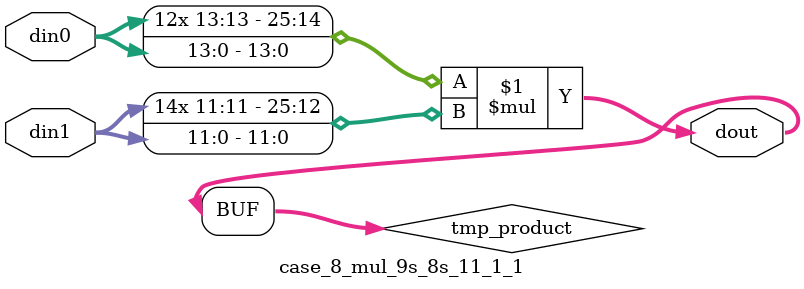
<source format=v>

`timescale 1 ns / 1 ps

 module case_8_mul_9s_8s_11_1_1(din0, din1, dout);
parameter ID = 1;
parameter NUM_STAGE = 0;
parameter din0_WIDTH = 14;
parameter din1_WIDTH = 12;
parameter dout_WIDTH = 26;

input [din0_WIDTH - 1 : 0] din0; 
input [din1_WIDTH - 1 : 0] din1; 
output [dout_WIDTH - 1 : 0] dout;

wire signed [dout_WIDTH - 1 : 0] tmp_product;



























assign tmp_product = $signed(din0) * $signed(din1);








assign dout = tmp_product;





















endmodule

</source>
